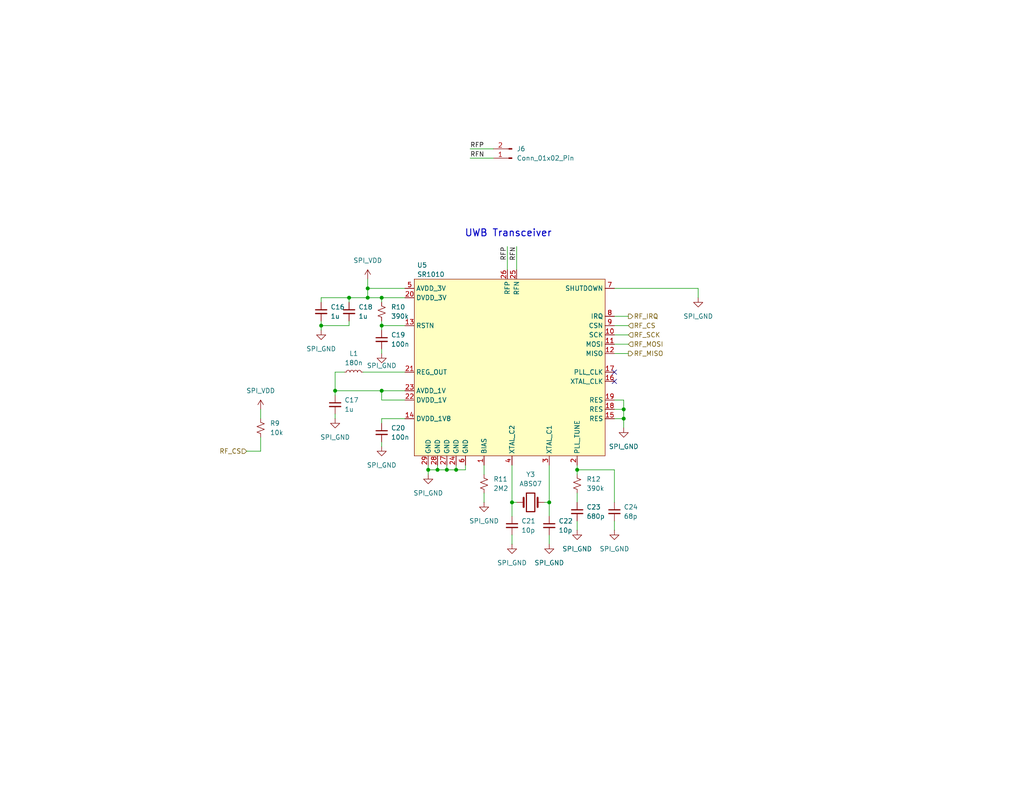
<source format=kicad_sch>
(kicad_sch (version 20250114) (generator "eeschema") (generator_version "9.0")
  (paper "USLetter")
  (title_block (title "RF Transceiver") (rev "1.0"))
  (lib_symbols
    (symbol "Connector:Conn_01x02_Pin" (pin_names (offset 1.016) (hide yes))
      (property "Reference" "J" (at 0 2.54 0))
      (property "Value" "Conn_01x02_Pin" (at 0 -5.08 0))
      (symbol "Conn_01x02_Pin_1_1"
        (rectangle (start 0.8636 0.127) (end 0 -0.127) (stroke (width 0.1524)) (fill (type outline)))
        (rectangle (start 0.8636 -2.413) (end 0 -2.667) (stroke (width 0.1524)) (fill (type outline)))
        (polyline (pts (xy 1.27 0) (xy 0.8636 0)) (stroke (width 0.1524)))
        (polyline (pts (xy 1.27 -2.54) (xy 0.8636 -2.54)) (stroke (width 0.1524)))
        (pin passive line (at 5.08 0 180) (length 3.81) (name "Pin_1") (number "1"))
        (pin passive line (at 5.08 -2.54 180) (length 3.81) (name "Pin_2") (number "2"))
      )
    )
    (symbol "Device:C_Small" (pin_numbers (hide yes)) (pin_names (offset 0.254) (hide yes))
      (property "Reference" "C" (at 0.254 1.778 0))
      (property "Value" "C_Small" (at 0.254 -2.032 0))
      (symbol "C_Small_0_1"
        (polyline (pts (xy -1.524 0.508) (xy 1.524 0.508)) (stroke (width 0.3048)))
        (polyline (pts (xy -1.524 -0.508) (xy 1.524 -0.508)) (stroke (width 0.3302)))
      )
      (symbol "C_Small_1_1"
        (pin passive line (at 0 2.54 270) (length 2.032) (name "~") (number "1"))
        (pin passive line (at 0 -2.54 90) (length 2.032) (name "~") (number "2"))
      )
    )
    (symbol "Device:L_Small" (pin_numbers (hide yes)) (pin_names (offset 0.254) (hide yes))
      (property "Reference" "L" (at 0.762 1.016 0))
      (property "Value" "L_Small" (at 0.762 -1.016 0))
      (symbol "L_Small_0_1"
        (arc (start 0 2.032) (mid 0.5058 1.524) (end 0 1.016))
        (arc (start 0 1.016) (mid 0.5058 0.508) (end 0 0))
        (arc (start 0 0) (mid 0.5058 -0.508) (end 0 -1.016))
        (arc (start 0 -1.016) (mid 0.5058 -1.524) (end 0 -2.032))
      )
      (symbol "L_Small_1_1"
        (pin passive line (at 0 2.54 270) (length 0.508) (name "~") (number "1"))
        (pin passive line (at 0 -2.54 90) (length 0.508) (name "~") (number "2"))
      )
    )
    (symbol "Device:R_Small_US" (pin_numbers (hide yes)) (pin_names (offset 0.254) (hide yes))
      (property "Reference" "R" (at 0.762 0.508 0))
      (property "Value" "R_Small_US" (at 0.762 -1.016 0))
      (symbol "R_Small_US_1_1"
        (polyline (pts (xy 0 1.524) (xy 1.016 1.143) (xy 0 0.762) (xy -1.016 0.381) (xy 0 0)))
        (polyline (pts (xy 0 0) (xy 1.016 -0.381) (xy 0 -0.762) (xy -1.016 -1.143) (xy 0 -1.524)))
        (pin passive line (at 0 2.54 270) (length 1.016) (name "~") (number "1"))
        (pin passive line (at 0 -2.54 90) (length 1.016) (name "~") (number "2"))
      )
    )
    (symbol "kjp_symlib:ABS07-120-32.768KHZ-T" (pin_numbers (hide yes)) (pin_names (offset 1.016) (hide yes))
      (property "Reference" "Y" (at 0 3.81 0))
      (property "Value" "ABS07-120-32.768KHZ-T" (at 0 -3.81 0))
      (symbol "ABS07-120-32.768KHZ-T_0_1"
        (polyline (pts (xy -2.54 0) (xy -1.905 0)))
        (polyline (pts (xy -1.905 -1.27) (xy -1.905 1.27)) (stroke (width 0.508)))
        (rectangle (start -1.143 2.54) (end 1.143 -2.54) (stroke (width 0.3048)))
        (polyline (pts (xy 1.905 -1.27) (xy 1.905 1.27)) (stroke (width 0.508)))
        (polyline (pts (xy 2.54 0) (xy 1.905 0)))
      )
      (symbol "ABS07-120-32.768KHZ-T_1_1"
        (pin passive line (at -3.81 0 0) (length 1.27) (name "1") (number "1"))
        (pin passive line (at 3.81 0 180) (length 1.27) (name "2") (number "2"))
      )
    )
    (symbol "kjp_symlib:SPI_GND" (power) (pin_numbers (hide yes)) (pin_names (offset 0) (hide yes))
      (property "Value" "SPI_GND" (at 0 -3.81 0))
      (symbol "SPI_GND_0_1"
        (polyline (pts (xy 0 0) (xy 0 -1.27) (xy 1.27 -1.27) (xy 0 -2.54) (xy -1.27 -1.27) (xy 0 -1.27)))
      )
      (symbol "SPI_GND_1_1"
        (pin power_in line (at 0 0 270) (length 0) (name "~") (number "1"))
      )
    )
    (symbol "kjp_symlib:SPI_VDD" (power) (pin_numbers (hide yes)) (pin_names (offset 0) (hide yes))
      (property "Value" "SPI_VDD" (at 0 3.556 0))
      (symbol "SPI_VDD_0_1"
        (polyline (pts (xy -0.762 1.27) (xy 0 2.54)))
        (polyline (pts (xy 0 2.54) (xy 0.762 1.27)))
        (polyline (pts (xy 0 0) (xy 0 2.54)))
      )
      (symbol "SPI_VDD_1_1"
        (pin power_in line (at 0 0 90) (length 0) (name "~") (number "1"))
      )
    )
    (symbol "kjp_symlib:SR1010"
      (property "Reference" "U" (at -25.4 19.812 0))
      (property "Value" "SR1010" (at -22.352 17.78 0))
      (symbol "SR1010_1_1"
        (rectangle (start -26.67 16.51) (end 25.4 -31.75) (fill (type background)))
        (pin power_in line (at -29.21 13.97 0) (length 2.54) (name "AVDD_3V") (number "5"))
        (pin power_in line (at -29.21 11.43 0) (length 2.54) (name "DVDD_3V") (number "20"))
        (pin input line (at -29.21 3.81 0) (length 2.54) (name "RSTN") (number "13"))
        (pin output line (at -29.21 -8.89 0) (length 2.54) (name "REG_OUT") (number "21"))
        (pin power_in line (at -29.21 -13.97 0) (length 2.54) (name "AVDD_1V") (number "23"))
        (pin power_in line (at -29.21 -16.51 0) (length 2.54) (name "DVDD_1V") (number "22"))
        (pin power_in line (at -29.21 -21.59 0) (length 2.54) (name "DVDD_1V8") (number "14"))
        (pin power_in line (at -22.86 -34.29 90) (length 2.54) (name "GND") (number "29"))
        (pin power_in line (at -20.32 -34.29 90) (length 2.54) (name "GND") (number "28"))
        (pin power_in line (at -17.78 -34.29 90) (length 2.54) (name "GND") (number "27"))
        (pin power_in line (at -15.24 -34.29 90) (length 2.54) (name "GND") (number "24"))
        (pin power_in line (at -12.7 -34.29 90) (length 2.54) (name "GND") (number "6"))
        (pin bidirectional line (at -7.62 -34.29 90) (length 2.54) (name "BIAS") (number "1"))
        (pin bidirectional line (at -1.27 19.05 270) (length 2.54) (name "RFP") (number "26"))
        (pin output line (at 0 -34.29 90) (length 2.54) (name "XTAL_C2") (number "4"))
        (pin bidirectional line (at 1.27 19.05 270) (length 2.54) (name "RFN") (number "25"))
        (pin input line (at 10.16 -34.29 90) (length 2.54) (name "XTAL_C1") (number "3"))
        (pin bidirectional line (at 17.78 -34.29 90) (length 2.54) (name "PLL_TUNE") (number "2"))
        (pin input line (at 27.94 13.97 180) (length 2.54) (name "SHUTDOWN") (number "7"))
        (pin output line (at 27.94 6.35 180) (length 2.54) (name "IRQ") (number "8"))
        (pin input line (at 27.94 3.81 180) (length 2.54) (name "CSN") (number "9"))
        (pin input line (at 27.94 1.27 180) (length 2.54) (name "SCK") (number "10"))
        (pin input line (at 27.94 -1.27 180) (length 2.54) (name "MOSI") (number "11"))
        (pin output line (at 27.94 -3.81 180) (length 2.54) (name "MISO") (number "12"))
        (pin bidirectional line (at 27.94 -8.89 180) (length 2.54) (name "PLL_CLK") (number "17"))
        (pin bidirectional line (at 27.94 -11.43 180) (length 2.54) (name "XTAL_CLK") (number "16"))
        (pin unspecified line (at 27.94 -16.51 180) (length 2.54) (name "RES") (number "19"))
        (pin unspecified line (at 27.94 -19.05 180) (length 2.54) (name "RES") (number "18"))
        (pin unspecified line (at 27.94 -21.59 180) (length 2.54) (name "RES") (number "15"))
      )
    )
  )
  (text "UWB Transceiver" (at 138.684 63.754 0) (effects (font (size 1.905 1.905) (thickness 0.254) (bold yes))))
  (junction (at 121.92 128.27))
  (junction (at 170.18 111.76))
  (junction (at 116.84 128.27))
  (junction (at 149.86 137.16))
  (junction (at 104.14 106.68))
  (junction (at 157.48 128.27))
  (junction (at 104.14 81.28))
  (junction (at 95.25 81.28))
  (junction (at 170.18 114.3))
  (junction (at 87.63 88.9))
  (junction (at 91.44 106.68))
  (junction (at 100.33 81.28))
  (junction (at 104.14 88.9))
  (junction (at 139.7 137.16))
  (junction (at 124.46 128.27))
  (junction (at 100.33 78.74))
  (junction (at 119.38 128.27))
  (no_connect (at 167.64 104.14))
  (no_connect (at 167.64 101.6))
  (wire (pts (xy 139.7 146.05) (xy 139.7 148.59)))
  (wire (pts (xy 128.27 40.64) (xy 134.62 40.64)))
  (wire (pts (xy 104.14 87.63) (xy 104.14 88.9)))
  (wire (pts (xy 149.86 137.16) (xy 149.86 140.97)))
  (wire (pts (xy 93.98 101.6) (xy 91.44 101.6)))
  (wire (pts (xy 149.86 146.05) (xy 149.86 148.59)))
  (wire (pts (xy 104.14 114.3) (xy 104.14 115.57)))
  (wire (pts (xy 167.64 93.98) (xy 171.45 93.98)))
  (wire (pts (xy 91.44 113.03) (xy 91.44 114.3)))
  (wire (pts (xy 157.48 127) (xy 157.48 128.27)))
  (wire (pts (xy 167.64 88.9) (xy 171.45 88.9)))
  (wire (pts (xy 121.92 128.27) (xy 121.92 127)))
  (wire (pts (xy 127 128.27) (xy 127 127)))
  (wire (pts (xy 139.7 137.16) (xy 139.7 140.97)))
  (wire (pts (xy 100.33 78.74) (xy 100.33 81.28)))
  (wire (pts (xy 121.92 128.27) (xy 124.46 128.27)))
  (wire (pts (xy 167.64 109.22) (xy 170.18 109.22)))
  (wire (pts (xy 99.06 101.6) (xy 110.49 101.6)))
  (wire (pts (xy 87.63 88.9) (xy 95.25 88.9)))
  (wire (pts (xy 95.25 81.28) (xy 95.25 82.55)))
  (wire (pts (xy 140.97 67.31) (xy 140.97 73.66)))
  (wire (pts (xy 104.14 109.22) (xy 104.14 106.68)))
  (wire (pts (xy 128.27 43.18) (xy 134.62 43.18)))
  (wire (pts (xy 71.12 111.76) (xy 71.12 114.3)))
  (wire (pts (xy 132.08 134.62) (xy 132.08 137.16)))
  (wire (pts (xy 167.64 91.44) (xy 171.45 91.44)))
  (wire (pts (xy 170.18 111.76) (xy 170.18 114.3)))
  (wire (pts (xy 139.7 127) (xy 139.7 137.16)))
  (wire (pts (xy 167.64 128.27) (xy 167.64 137.16)))
  (wire (pts (xy 104.14 88.9) (xy 110.49 88.9)))
  (wire (pts (xy 71.12 123.19) (xy 67.31 123.19)))
  (wire (pts (xy 87.63 88.9) (xy 87.63 90.17)))
  (wire (pts (xy 104.14 106.68) (xy 110.49 106.68)))
  (wire (pts (xy 170.18 109.22) (xy 170.18 111.76)))
  (wire (pts (xy 104.14 81.28) (xy 104.14 82.55)))
  (wire (pts (xy 149.86 137.16) (xy 149.86 127)))
  (wire (pts (xy 100.33 81.28) (xy 95.25 81.28)))
  (wire (pts (xy 104.14 88.9) (xy 104.14 90.17)))
  (wire (pts (xy 119.38 128.27) (xy 121.92 128.27)))
  (wire (pts (xy 87.63 87.63) (xy 87.63 88.9)))
  (wire (pts (xy 100.33 81.28) (xy 104.14 81.28)))
  (wire (pts (xy 167.64 96.52) (xy 171.45 96.52)))
  (wire (pts (xy 119.38 128.27) (xy 119.38 127)))
  (wire (pts (xy 91.44 106.68) (xy 91.44 107.95)))
  (wire (pts (xy 157.48 142.24) (xy 157.48 144.78)))
  (wire (pts (xy 95.25 88.9) (xy 95.25 87.63)))
  (wire (pts (xy 71.12 119.38) (xy 71.12 123.19)))
  (wire (pts (xy 138.43 67.31) (xy 138.43 73.66)))
  (wire (pts (xy 140.97 137.16) (xy 139.7 137.16)))
  (wire (pts (xy 157.48 134.62) (xy 157.48 137.16)))
  (wire (pts (xy 95.25 81.28) (xy 87.63 81.28)))
  (wire (pts (xy 116.84 127) (xy 116.84 128.27)))
  (wire (pts (xy 170.18 114.3) (xy 170.18 116.84)))
  (wire (pts (xy 116.84 128.27) (xy 116.84 129.54)))
  (wire (pts (xy 100.33 78.74) (xy 110.49 78.74)))
  (wire (pts (xy 104.14 120.65) (xy 104.14 121.92)))
  (wire (pts (xy 104.14 95.25) (xy 104.14 96.52)))
  (wire (pts (xy 190.5 78.74) (xy 167.64 78.74)))
  (wire (pts (xy 157.48 128.27) (xy 157.48 129.54)))
  (wire (pts (xy 110.49 109.22) (xy 104.14 109.22)))
  (wire (pts (xy 116.84 128.27) (xy 119.38 128.27)))
  (wire (pts (xy 110.49 81.28) (xy 104.14 81.28)))
  (wire (pts (xy 167.64 111.76) (xy 170.18 111.76)))
  (wire (pts (xy 132.08 127) (xy 132.08 129.54)))
  (wire (pts (xy 190.5 81.28) (xy 190.5 78.74)))
  (wire (pts (xy 157.48 128.27) (xy 167.64 128.27)))
  (wire (pts (xy 91.44 101.6) (xy 91.44 106.68)))
  (wire (pts (xy 124.46 128.27) (xy 127 128.27)))
  (wire (pts (xy 91.44 106.68) (xy 104.14 106.68)))
  (wire (pts (xy 124.46 128.27) (xy 124.46 127)))
  (wire (pts (xy 100.33 76.2) (xy 100.33 78.74)))
  (wire (pts (xy 110.49 114.3) (xy 104.14 114.3)))
  (wire (pts (xy 167.64 114.3) (xy 170.18 114.3)))
  (wire (pts (xy 167.64 142.24) (xy 167.64 144.78)))
  (wire (pts (xy 87.63 81.28) (xy 87.63 82.55)))
  (wire (pts (xy 148.59 137.16) (xy 149.86 137.16)))
  (wire (pts (xy 167.64 86.36) (xy 171.45 86.36)))
  (label "RFP" (at 138.43 67.31 270))
  (label "RFP" (at 128.27 40.64 0))
  (label "RFN" (at 128.27 43.18 0))
  (label "RFN" (at 140.97 67.31 270))
  (hierarchical_label "RF_MOSI" (shape input) (at 171.45 93.98 0))
  (hierarchical_label "RF_SCK" (shape input) (at 171.45 91.44 0))
  (hierarchical_label "RF_IRQ" (shape output) (at 171.45 86.36 0))
  (hierarchical_label "RF_MISO" (shape output) (at 171.45 96.52 0))
  (hierarchical_label "RF_CS" (shape input) (at 171.45 88.9 0))
  (hierarchical_label "RF_CS" (shape input) (at 67.31 123.19 180))
  (symbol (lib_id "kjp_symlib:SPI_GND") (at 87.63 90.17 0) (unit 1)
    (property "Reference" "#PWR054" (effects (hide yes)))
    (property "Value" "SPI_GND" (at 87.63 95.25 0))
    (property "Description" "Power symbol creates a global label with name \"GND\" , ground" (effects (hide yes)))
  )
  (symbol (lib_id "Device:C_Small") (at 139.7 143.51 0) (unit 1)
    (property "Reference" "C21" (at 142.24 142.2462 0) (effects (justify left)))
    (property "Value" "10p" (at 142.24 144.7862 0) (effects (justify left)))
    (property "Footprint" "Capacitor_SMD:C_0402_1005Metric" (effects (hide yes)))
    (property "Description" "Unpolarized capacitor, small symbol" (effects (hide yes)))
  )
  (symbol (lib_id "Device:R_Small_US") (at 71.12 116.84 0) (unit 1)
    (property "Reference" "R9" (at 73.66 115.5699 0) (effects (justify left)))
    (property "Value" "10k" (at 73.66 118.1099 0) (effects (justify left)))
    (property "Footprint" "Resistor_SMD:R_0402_1005Metric" (effects (hide yes)))
    (property "Description" "Resistor, small US symbol" (effects (hide yes)))
  )
  (symbol (lib_id "kjp_symlib:SPI_GND") (at 190.5 81.28 0) (unit 1)
    (property "Reference" "#PWR066" (effects (hide yes)))
    (property "Value" "SPI_GND" (at 190.5 86.36 0))
    (property "Description" "Power symbol creates a global label with name \"GND\" , ground" (effects (hide yes)))
  )
  (symbol (lib_id "Device:R_Small_US") (at 132.08 132.08 0) (unit 1)
    (property "Reference" "R11" (at 134.62 130.8099 0) (effects (justify left)))
    (property "Value" "2M2" (at 134.62 133.3499 0) (effects (justify left)))
    (property "Footprint" "Resistor_SMD:R_0603_1608Metric" (effects (hide yes)))
    (property "Description" "Resistor, small US symbol" (effects (hide yes)))
  )
  (symbol (lib_id "Device:C_Small") (at 149.86 143.51 0) (unit 1)
    (property "Reference" "C22" (at 152.4 142.2462 0) (effects (justify left)))
    (property "Value" "10p" (at 152.4 144.7862 0) (effects (justify left)))
    (property "Footprint" "Capacitor_SMD:C_0402_1005Metric" (effects (hide yes)))
    (property "Description" "Unpolarized capacitor, small symbol" (effects (hide yes)))
  )
  (symbol (lib_id "kjp_symlib:SPI_GND") (at 149.86 148.59 0) (unit 1)
    (property "Reference" "#PWR062" (effects (hide yes)))
    (property "Value" "SPI_GND" (at 149.86 153.67 0))
    (property "Description" "Power symbol creates a global label with name \"GND\" , ground" (effects (hide yes)))
  )
  (symbol (lib_id "Device:R_Small_US") (at 157.48 132.08 0) (unit 1)
    (property "Reference" "R12" (at 160.02 130.8099 0) (effects (justify left)))
    (property "Value" "390k" (at 160.02 133.3499 0) (effects (justify left)))
    (property "Footprint" "Resistor_SMD:R_0402_1005Metric" (effects (hide yes)))
    (property "Description" "Resistor, small US symbol" (effects (hide yes)))
  )
  (symbol (lib_id "kjp_symlib:SPI_GND") (at 157.48 144.78 0) (unit 1)
    (property "Reference" "#PWR063" (effects (hide yes)))
    (property "Value" "SPI_GND" (at 157.48 149.86 0))
    (property "Description" "Power symbol creates a global label with name \"GND\" , ground" (effects (hide yes)))
  )
  (symbol (lib_id "kjp_symlib:ABS07-120-32.768KHZ-T") (at 144.78 137.16 0) (unit 1)
    (property "Reference" "Y3" (at 144.78 129.54 0))
    (property "Value" "ABS07" (at 144.78 132.08 0))
    (property "Footprint" "kjp_fplib:ABS07-120-32.768KHZ-T" (effects (hide yes)))
    (property "Datasheet" "https://abracon.com/datasheets/ABS07-120-32.768kHz-T.pdf" (effects (hide yes)))
    (property "Description" "Two pin crystal" (effects (hide yes)))
  )
  (symbol (lib_id "Device:C_Small") (at 95.25 85.09 0) (unit 1)
    (property "Reference" "C18" (at 97.79 83.8262 0) (effects (justify left)))
    (property "Value" "1u" (at 97.79 86.3662 0) (effects (justify left)))
    (property "Footprint" "Capacitor_SMD:C_0402_1005Metric" (effects (hide yes)))
    (property "Description" "Unpolarized capacitor, small symbol" (effects (hide yes)))
  )
  (symbol (lib_id "Device:L_Small") (at 96.52 101.6 90) (unit 1)
    (property "Reference" "L1" (at 96.52 96.52 90))
    (property "Value" "180n" (at 96.52 99.06 90))
    (property "Footprint" "Inductor_SMD:L_0402_1005Metric" (effects (hide yes)))
    (property "Description" "Inductor, small symbol" (effects (hide yes)))
  )
  (symbol (lib_id "kjp_symlib:SPI_VDD") (at 100.33 76.2 0) (unit 1)
    (property "Reference" "#PWR056" (effects (hide yes)))
    (property "Value" "SPI_VDD" (at 100.33 71.12 0))
    (property "Description" "Power symbol creates a global label with name \"SPI_VDD\"" (effects (hide yes)))
  )
  (symbol (lib_id "Device:C_Small") (at 167.64 139.7 0) (unit 1)
    (property "Reference" "C24" (at 170.18 138.4362 0) (effects (justify left)))
    (property "Value" "68p" (at 170.18 140.9762 0) (effects (justify left)))
    (property "Footprint" "Capacitor_SMD:C_0402_1005Metric" (effects (hide yes)))
    (property "Description" "Unpolarized capacitor, small symbol" (effects (hide yes)))
  )
  (symbol (lib_id "kjp_symlib:SPI_GND") (at 116.84 129.54 0) (unit 1)
    (property "Reference" "#PWR059" (effects (hide yes)))
    (property "Value" "SPI_GND" (at 116.84 134.62 0))
    (property "Description" "Power symbol creates a global label with name \"GND\" , ground" (effects (hide yes)))
  )
  (symbol (lib_id "kjp_symlib:SPI_GND") (at 170.18 116.84 0) (unit 1)
    (property "Reference" "#PWR065" (effects (hide yes)))
    (property "Value" "SPI_GND" (at 170.18 121.92 0))
    (property "Description" "Power symbol creates a global label with name \"GND\" , ground" (effects (hide yes)))
  )
  (symbol (lib_id "Device:R_Small_US") (at 104.14 85.09 0) (unit 1)
    (property "Reference" "R10" (at 106.68 83.8199 0) (effects (justify left)))
    (property "Value" "390k" (at 106.68 86.3599 0) (effects (justify left)))
    (property "Footprint" "Resistor_SMD:R_0402_1005Metric" (effects (hide yes)))
    (property "Description" "Resistor, small US symbol" (effects (hide yes)))
  )
  (symbol (lib_id "kjp_symlib:SPI_GND") (at 132.08 137.16 0) (unit 1)
    (property "Reference" "#PWR060" (effects (hide yes)))
    (property "Value" "SPI_GND" (at 132.08 142.24 0))
    (property "Description" "Power symbol creates a global label with name \"GND\" , ground" (effects (hide yes)))
  )
  (symbol (lib_id "Device:C_Small") (at 104.14 118.11 0) (unit 1)
    (property "Reference" "C20" (at 106.68 116.8462 0) (effects (justify left)))
    (property "Value" "100n" (at 106.68 119.3862 0) (effects (justify left)))
    (property "Footprint" "Capacitor_SMD:C_0402_1005Metric" (effects (hide yes)))
    (property "Description" "Unpolarized capacitor, small symbol" (effects (hide yes)))
  )
  (symbol (lib_id "Device:C_Small") (at 91.44 110.49 0) (unit 1)
    (property "Reference" "C17" (at 93.98 109.2262 0) (effects (justify left)))
    (property "Value" "1u" (at 93.98 111.7662 0) (effects (justify left)))
    (property "Footprint" "Capacitor_SMD:C_0402_1005Metric" (effects (hide yes)))
    (property "Description" "Unpolarized capacitor, small symbol" (effects (hide yes)))
  )
  (symbol (lib_id "kjp_symlib:SPI_GND") (at 104.14 121.92 0) (unit 1)
    (property "Reference" "#PWR058" (effects (hide yes)))
    (property "Value" "SPI_GND" (at 104.14 127 0))
    (property "Description" "Power symbol creates a global label with name \"GND\" , ground" (effects (hide yes)))
  )
  (symbol (lib_id "kjp_symlib:SPI_VDD") (at 71.12 111.76 0) (unit 1)
    (property "Reference" "#PWR053" (effects (hide yes)))
    (property "Value" "SPI_VDD" (at 71.12 106.68 0))
    (property "Description" "Power symbol creates a global label with name \"SPI_VDD\"" (effects (hide yes)))
  )
  (symbol (lib_id "kjp_symlib:SPI_GND") (at 139.7 148.59 0) (unit 1)
    (property "Reference" "#PWR061" (effects (hide yes)))
    (property "Value" "SPI_GND" (at 139.7 153.67 0))
    (property "Description" "Power symbol creates a global label with name \"GND\" , ground" (effects (hide yes)))
  )
  (symbol (lib_id "kjp_symlib:SPI_GND") (at 91.44 114.3 0) (unit 1)
    (property "Reference" "#PWR055" (effects (hide yes)))
    (property "Value" "SPI_GND" (at 91.44 119.38 0))
    (property "Description" "Power symbol creates a global label with name \"GND\" , ground" (effects (hide yes)))
  )
  (symbol (lib_id "kjp_symlib:SR1010") (at 139.7 92.71 0) (unit 1)
    (property "Reference" "U5" (at 113.792 72.39 0) (effects (justify left)))
    (property "Value" "SR1010" (at 113.792 74.93 0) (effects (justify left)))
    (property "Footprint" "kjp_fplib:SR1010" (effects (hide yes)))
  )
  (symbol (lib_id "Device:C_Small") (at 104.14 92.71 0) (unit 1)
    (property "Reference" "C19" (at 106.68 91.4462 0) (effects (justify left)))
    (property "Value" "100n" (at 106.68 93.9862 0) (effects (justify left)))
    (property "Footprint" "Capacitor_SMD:C_0402_1005Metric" (effects (hide yes)))
    (property "Description" "Unpolarized capacitor, small symbol" (effects (hide yes)))
  )
  (symbol (lib_id "Device:C_Small") (at 87.63 85.09 0) (unit 1)
    (property "Reference" "C16" (at 90.17 83.8262 0) (effects (justify left)))
    (property "Value" "1u" (at 90.17 86.3662 0) (effects (justify left)))
    (property "Footprint" "Capacitor_SMD:C_0402_1005Metric" (effects (hide yes)))
    (property "Description" "Unpolarized capacitor, small symbol" (effects (hide yes)))
  )
  (symbol (lib_id "kjp_symlib:SPI_GND") (at 167.64 144.78 0) (unit 1)
    (property "Reference" "#PWR064" (effects (hide yes)))
    (property "Value" "SPI_GND" (at 167.64 149.86 0))
    (property "Description" "Power symbol creates a global label with name \"GND\" , ground" (effects (hide yes)))
  )
  (symbol (lib_id "Device:C_Small") (at 157.48 139.7 0) (unit 1)
    (property "Reference" "C23" (at 160.02 138.4362 0) (effects (justify left)))
    (property "Value" "680p" (at 160.02 140.9762 0) (effects (justify left)))
    (property "Footprint" "Capacitor_SMD:C_0402_1005Metric" (effects (hide yes)))
    (property "Description" "Unpolarized capacitor, small symbol" (effects (hide yes)))
  )
  (symbol (lib_id "Connector:Conn_01x02_Pin") (at 139.7 43.18 180) (unit 1)
    (property "Reference" "J6" (at 140.97 40.6399 0) (effects (justify right)))
    (property "Value" "Conn_01x02_Pin" (at 140.97 43.1799 0) (effects (justify right)))
    (property "Footprint" "kjp_fplib:BM02BSRSSTBLFSN" (effects (hide yes)))
    (property "Description" "Generic connector, single row, 01x02, script generated" (effects (hide yes)))
  )
  (symbol (lib_id "kjp_symlib:SPI_GND") (at 104.14 96.52 0) (unit 1)
    (property "Reference" "#PWR057" (effects (hide yes)))
    (property "Value" "SPI_GND" (at 104.14 99.822 0))
    (property "Description" "Power symbol creates a global label with name \"GND\" , ground" (effects (hide yes)))
  )
)
</source>
